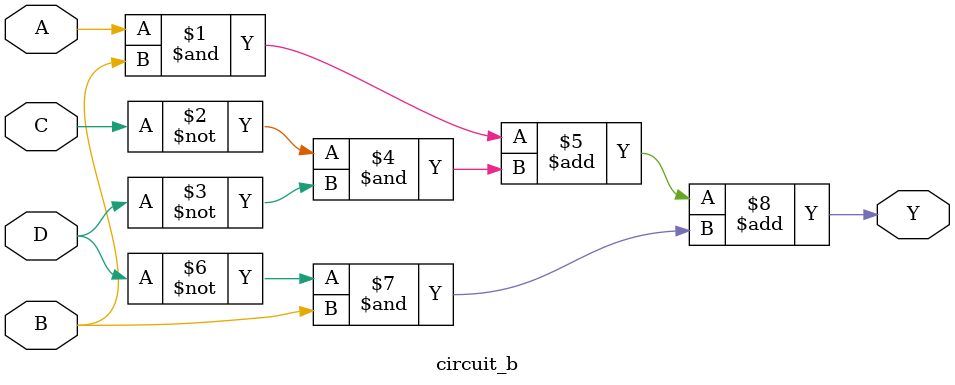
<source format=v>
module circuit_b(
    input A,B,C,D, // Declare inputs
    output Y // Declare Y output
);

    assign Y = (A&B)+(~C&~D)+(~D&B);

endmodule

</source>
